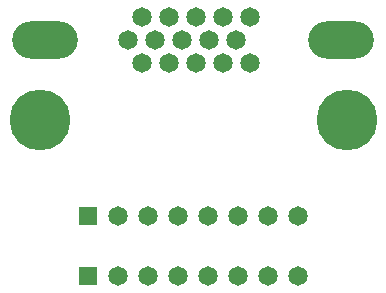
<source format=gbs>
G04*
G04 #@! TF.GenerationSoftware,Altium Limited,Altium Designer,18.0.12 (696)*
G04*
G04 Layer_Color=16711935*
%FSLAX44Y44*%
%MOMM*%
G71*
G01*
G75*
%ADD17R,1.6500X1.6500*%
%ADD18C,1.6500*%
%ADD19O,5.5500X3.1500*%
%ADD20C,5.1500*%
D17*
X71200Y18000D02*
D03*
Y68800D02*
D03*
D18*
X96600Y18000D02*
D03*
X122000D02*
D03*
X147400D02*
D03*
X172800D02*
D03*
X198200D02*
D03*
X249000D02*
D03*
X223600D02*
D03*
Y68800D02*
D03*
X249000D02*
D03*
X198200D02*
D03*
X172800D02*
D03*
X147400D02*
D03*
X122000D02*
D03*
X96600D02*
D03*
X116450Y198200D02*
D03*
X139350D02*
D03*
X162250D02*
D03*
X185150D02*
D03*
X208050D02*
D03*
X105000Y218000D02*
D03*
X127900D02*
D03*
X150800D02*
D03*
X173700D02*
D03*
X196600D02*
D03*
X116450Y237800D02*
D03*
X139350D02*
D03*
X162250D02*
D03*
X185150D02*
D03*
X208050D02*
D03*
D19*
X284850Y218000D02*
D03*
X34550D02*
D03*
D20*
X30000Y150000D02*
D03*
X290000D02*
D03*
M02*

</source>
